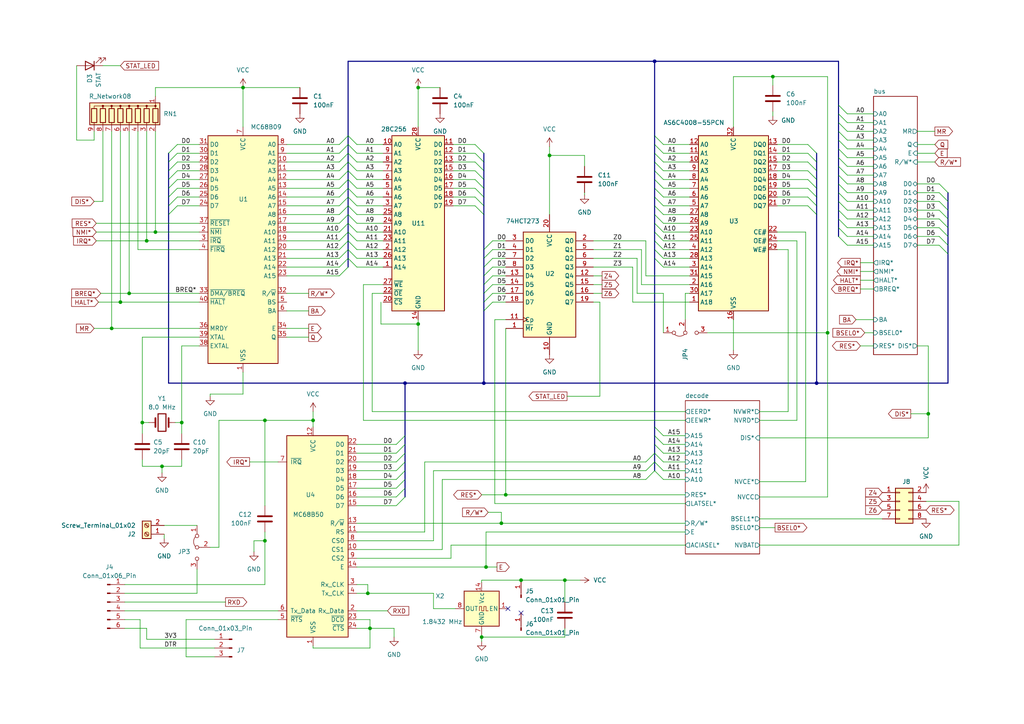
<source format=kicad_sch>
(kicad_sch (version 20230121) (generator eeschema)
  (paper "A4")
  (title_block (title "Super Searle Tranter Board") (date "2023-10-05") (rev "1") (company "kw"))
  (lib_symbols
    (symbol "74xx:74HCT273"
      (property "Reference" "U" (at -7.62 16.51 0))
      (property "Value" "74HCT273" (at -7.62 -16.51 0))
      (symbol "74HCT273_1_0"
        (pin input line (at -12.7 -12.7 0) (length 5.08) (name "~{Mr}") (number "1"))
        (pin power_in line (at 0 -20.32 90) (length 5.08) (name "GND") (number "10"))
        (pin input clock (at -12.7 -10.16 0) (length 5.08) (name "Cp") (number "11"))
        (pin output line (at 12.7 2.54 180) (length 5.08) (name "Q4") (number "12"))
        (pin input line (at -12.7 2.54 0) (length 5.08) (name "D4") (number "13"))
        (pin input line (at -12.7 0 0) (length 5.08) (name "D5") (number "14"))
        (pin output line (at 12.7 0 180) (length 5.08) (name "Q5") (number "15"))
        (pin output line (at 12.7 -2.54 180) (length 5.08) (name "Q6") (number "16"))
        (pin input line (at -12.7 -2.54 0) (length 5.08) (name "D6") (number "17"))
        (pin input line (at -12.7 -5.08 0) (length 5.08) (name "D7") (number "18"))
        (pin output line (at 12.7 -5.08 180) (length 5.08) (name "Q7") (number "19"))
        (pin output line (at 12.7 12.7 180) (length 5.08) (name "Q0") (number "2"))
        (pin power_in line (at 0 20.32 270) (length 5.08) (name "VCC") (number "20"))
        (pin input line (at -12.7 12.7 0) (length 5.08) (name "D0") (number "3"))
        (pin input line (at -12.7 10.16 0) (length 5.08) (name "D1") (number "4"))
        (pin output line (at 12.7 10.16 180) (length 5.08) (name "Q1") (number "5"))
        (pin output line (at 12.7 7.62 180) (length 5.08) (name "Q2") (number "6"))
        (pin input line (at -12.7 7.62 0) (length 5.08) (name "D2") (number "7"))
        (pin input line (at -12.7 5.08 0) (length 5.08) (name "D3") (number "8"))
        (pin output line (at 12.7 5.08 180) (length 5.08) (name "Q3") (number "9"))
      )
    )
    (symbol "CPU_NXP_6800:MC6809"
      (property "Reference" "U" (at -7.62 34.29 0))
      (property "Value" "MC6809" (at 10.16 34.29 0))
      (symbol "MC6809_1_1"
        (pin power_in line (at 0 -35.56 90) (length 2.54) (name "VSS") (number "1"))
        (pin output line (at 12.7 25.4 180) (length 2.54) (name "A2") (number "10"))
        (pin output line (at 12.7 22.86 180) (length 2.54) (name "A3") (number "11"))
        (pin output line (at 12.7 20.32 180) (length 2.54) (name "A4") (number "12"))
        (pin output line (at 12.7 17.78 180) (length 2.54) (name "A5") (number "13"))
        (pin output line (at 12.7 15.24 180) (length 2.54) (name "A6") (number "14"))
        (pin output line (at 12.7 12.7 180) (length 2.54) (name "A7") (number "15"))
        (pin output line (at 12.7 10.16 180) (length 2.54) (name "A8") (number "16"))
        (pin output line (at 12.7 7.62 180) (length 2.54) (name "A9") (number "17"))
        (pin output line (at 12.7 5.08 180) (length 2.54) (name "A10") (number "18"))
        (pin output line (at 12.7 2.54 180) (length 2.54) (name "A11") (number "19"))
        (pin input line (at -12.7 5.08 0) (length 2.54) (name "~{NMI}") (number "2"))
        (pin output line (at 12.7 0 180) (length 2.54) (name "A12") (number "20"))
        (pin output line (at 12.7 -2.54 180) (length 2.54) (name "A13") (number "21"))
        (pin output line (at 12.7 -5.08 180) (length 2.54) (name "A14") (number "22"))
        (pin output line (at 12.7 -7.62 180) (length 2.54) (name "A15") (number "23"))
        (pin bidirectional line (at -12.7 12.7 0) (length 2.54) (name "D7") (number "24"))
        (pin bidirectional line (at -12.7 15.24 0) (length 2.54) (name "D6") (number "25"))
        (pin bidirectional line (at -12.7 17.78 0) (length 2.54) (name "D5") (number "26"))
        (pin bidirectional line (at -12.7 20.32 0) (length 2.54) (name "D4") (number "27"))
        (pin bidirectional line (at -12.7 22.86 0) (length 2.54) (name "D3") (number "28"))
        (pin bidirectional line (at -12.7 25.4 0) (length 2.54) (name "D2") (number "29"))
        (pin input line (at -12.7 2.54 0) (length 2.54) (name "~{IRQ}") (number "3"))
        (pin bidirectional line (at -12.7 27.94 0) (length 2.54) (name "D1") (number "30"))
        (pin bidirectional line (at -12.7 30.48 0) (length 2.54) (name "D0") (number "31"))
        (pin output line (at 12.7 -12.7 180) (length 2.54) (name "R/~{W}") (number "32"))
        (pin input line (at -12.7 -12.7 0) (length 2.54) (name "~{DMA/BREQ}") (number "33"))
        (pin output line (at 12.7 -22.86 180) (length 2.54) (name "E") (number "34"))
        (pin output line (at 12.7 -25.4 180) (length 2.54) (name "Q") (number "35"))
        (pin input line (at -12.7 -22.86 0) (length 2.54) (name "MRDY") (number "36"))
        (pin input line (at -12.7 7.62 0) (length 2.54) (name "~{RESET}") (number "37"))
        (pin input line (at -12.7 -27.94 0) (length 2.54) (name "EXTAL") (number "38"))
        (pin input line (at -12.7 -25.4 0) (length 2.54) (name "XTAL") (number "39"))
        (pin input line (at -12.7 0 0) (length 2.54) (name "~{FIRQ}") (number "4"))
        (pin input line (at -12.7 -15.24 0) (length 2.54) (name "~{HALT}") (number "40"))
        (pin output line (at 12.7 -15.24 180) (length 2.54) (name "BS") (number "5"))
        (pin output line (at 12.7 -17.78 180) (length 2.54) (name "BA") (number "6"))
        (pin power_in line (at 0 35.56 270) (length 2.54) (name "VCC") (number "7"))
        (pin output line (at 12.7 30.48 180) (length 2.54) (name "A0") (number "8"))
        (pin output line (at 12.7 27.94 180) (length 2.54) (name "A1") (number "9"))
      )
    )
    (symbol "Connector:Conn_01x01_Pin" (pin_names (offset 1.016) hide)
      (property "Reference" "J" (at 0 2.54 0))
      (property "Value" "Conn_01x01_Pin" (at 0 -2.54 0))
      (symbol "Conn_01x01_Pin_1_1"
        (pin passive line (at 5.08 0 180) (length 3.81) (name "Pin_1") (number "1"))
      )
    )
    (symbol "Connector:Conn_01x03_Pin" (pin_names (offset 1.016) hide)
      (property "Reference" "J" (at 0 5.08 0))
      (property "Value" "Conn_01x03_Pin" (at 0 -5.08 0))
      (symbol "Conn_01x03_Pin_1_1"
        (pin passive line (at 5.08 2.54 180) (length 3.81) (name "Pin_1") (number "1"))
        (pin passive line (at 5.08 0 180) (length 3.81) (name "Pin_2") (number "2"))
        (pin passive line (at 5.08 -2.54 180) (length 3.81) (name "Pin_3") (number "3"))
      )
    )
    (symbol "Connector:Conn_01x06_Pin" (pin_names (offset 1.016) hide)
      (property "Reference" "J" (at 0 7.62 0))
      (property "Value" "Conn_01x06_Pin" (at 0 -10.16 0))
      (symbol "Conn_01x06_Pin_1_1"
        (pin passive line (at 5.08 5.08 180) (length 3.81) (name "Pin_1") (number "1"))
        (pin passive line (at 5.08 2.54 180) (length 3.81) (name "Pin_2") (number "2"))
        (pin passive line (at 5.08 0 180) (length 3.81) (name "Pin_3") (number "3"))
        (pin passive line (at 5.08 -2.54 180) (length 3.81) (name "Pin_4") (number "4"))
        (pin passive line (at 5.08 -5.08 180) (length 3.81) (name "Pin_5") (number "5"))
        (pin passive line (at 5.08 -7.62 180) (length 3.81) (name "Pin_6") (number "6"))
      )
    )
    (symbol "Connector:Screw_Terminal_01x02" (pin_names (offset 1.016) hide)
      (property "Reference" "J" (at 0 2.54 0))
      (property "Value" "Screw_Terminal_01x02" (at 0 -5.08 0))
      (symbol "Screw_Terminal_01x02_1_1"
        (pin passive line (at -5.08 0 0) (length 3.81) (name "Pin_1") (number "1"))
        (pin passive line (at -5.08 -2.54 0) (length 3.81) (name "Pin_2") (number "2"))
      )
    )
    (symbol "Connector_Generic:Conn_02x04_Odd_Even" (pin_names (offset 1.016) hide)
      (property "Reference" "J" (at 1.27 5.08 0))
      (property "Value" "Conn_02x04_Odd_Even" (at 1.27 -7.62 0))
      (symbol "Conn_02x04_Odd_Even_1_1"
        (pin passive line (at -5.08 2.54 0) (length 3.81) (name "Pin_1") (number "1"))
        (pin passive line (at 7.62 2.54 180) (length 3.81) (name "Pin_2") (number "2"))
        (pin passive line (at -5.08 0 0) (length 3.81) (name "Pin_3") (number "3"))
        (pin passive line (at 7.62 0 180) (length 3.81) (name "Pin_4") (number "4"))
        (pin passive line (at -5.08 -2.54 0) (length 3.81) (name "Pin_5") (number "5"))
        (pin passive line (at 7.62 -2.54 180) (length 3.81) (name "Pin_6") (number "6"))
        (pin passive line (at -5.08 -5.08 0) (length 3.81) (name "Pin_7") (number "7"))
        (pin passive line (at 7.62 -5.08 180) (length 3.81) (name "Pin_8") (number "8"))
      )
    )
    (symbol "Device:C" (pin_numbers hide) (pin_names (offset 0.254))
      (property "Reference" "C" (at 0.635 2.54 0))
      (property "Value" "C" (at 0.635 -2.54 0))
      (symbol "C_1_1"
        (pin passive line (at 0 3.81 270) (length 2.794) (name "~") (number "1"))
        (pin passive line (at 0 -3.81 90) (length 2.794) (name "~") (number "2"))
      )
    )
    (symbol "Device:Crystal" (pin_numbers hide) (pin_names (offset 1.016) hide)
      (property "Reference" "Y" (at 0 3.81 0))
      (property "Value" "Crystal" (at 0 -3.81 0))
      (symbol "Crystal_1_1"
        (pin passive line (at -3.81 0 0) (length 1.27) (name "1") (number "1"))
        (pin passive line (at 3.81 0 180) (length 1.27) (name "2") (number "2"))
      )
    )
    (symbol "Device:LED" (pin_numbers hide) (pin_names (offset 1.016) hide)
      (property "Reference" "D" (at 0 2.54 0))
      (property "Value" "LED" (at 0 -2.54 0))
      (symbol "LED_1_1"
        (pin passive line (at -3.81 0 0) (length 2.54) (name "K") (number "1"))
        (pin passive line (at 3.81 0 180) (length 2.54) (name "A") (number "2"))
      )
    )
    (symbol "Device:R_Network08" (pin_names (offset 0) hide)
      (property "Reference" "RN" (at -12.7 0 90))
      (property "Value" "R_Network08" (at 10.16 0 90))
      (symbol "R_Network08_1_1"
        (pin passive line (at -10.16 5.08 270) (length 2.54) (name "common") (number "1"))
        (pin passive line (at -10.16 -5.08 90) (length 1.27) (name "R1") (number "2"))
        (pin passive line (at -7.62 -5.08 90) (length 1.27) (name "R2") (number "3"))
        (pin passive line (at -5.08 -5.08 90) (length 1.27) (name "R3") (number "4"))
        (pin passive line (at -2.54 -5.08 90) (length 1.27) (name "R4") (number "5"))
        (pin passive line (at 0 -5.08 90) (length 1.27) (name "R5") (number "6"))
        (pin passive line (at 2.54 -5.08 90) (length 1.27) (name "R6") (number "7"))
        (pin passive line (at 5.08 -5.08 90) (length 1.27) (name "R7") (number "8"))
        (pin passive line (at 7.62 -5.08 90) (length 1.27) (name "R8") (number "9"))
      )
    )
    (symbol "Interface_UART:MC68B50" (pin_names (offset 1.016))
      (property "Reference" "U" (at -7.366 31.75 0))
      (property "Value" "MC68B50" (at 10.414 31.75 0))
      (symbol "MC68B50_1_1"
        (pin power_in line (at 0 -30.48 90) (length 2.54) (name "VSS") (number "1"))
        (pin input line (at -12.7 -2.54 0) (length 2.54) (name "CS1") (number "10"))
        (pin input line (at -12.7 2.54 0) (length 2.54) (name "RS") (number "11"))
        (pin power_in line (at 0 33.02 270) (length 2.54) (name "VCC") (number "12"))
        (pin input line (at -12.7 5.08 0) (length 2.54) (name "R/~{W}") (number "13"))
        (pin input line (at -12.7 -7.62 0) (length 2.54) (name "E") (number "14"))
        (pin bidirectional line (at -12.7 10.16 0) (length 2.54) (name "D7") (number "15"))
        (pin bidirectional line (at -12.7 12.7 0) (length 2.54) (name "D6") (number "16"))
        (pin bidirectional line (at -12.7 15.24 0) (length 2.54) (name "D5") (number "17"))
        (pin bidirectional line (at -12.7 17.78 0) (length 2.54) (name "D4") (number "18"))
        (pin bidirectional line (at -12.7 20.32 0) (length 2.54) (name "D3") (number "19"))
        (pin input line (at -12.7 -20.32 0) (length 2.54) (name "Rx_Data") (number "2"))
        (pin bidirectional line (at -12.7 22.86 0) (length 2.54) (name "D2") (number "20"))
        (pin bidirectional line (at -12.7 25.4 0) (length 2.54) (name "D1") (number "21"))
        (pin bidirectional line (at -12.7 27.94 0) (length 2.54) (name "D0") (number "22"))
        (pin input line (at -12.7 -22.86 0) (length 2.54) (name "~{DCD}") (number "23"))
        (pin input line (at -12.7 -25.4 0) (length 2.54) (name "~{CTS}") (number "24"))
        (pin input line (at -12.7 -12.7 0) (length 2.54) (name "Rx_CLK") (number "3"))
        (pin input line (at -12.7 -15.24 0) (length 2.54) (name "Tx_CLK") (number "4"))
        (pin output line (at 10.16 -22.86 180) (length 2.54) (name "~{RTS}") (number "5"))
        (pin output line (at 10.16 -20.32 180) (length 2.54) (name "Tx_Data") (number "6"))
        (pin output line (at 10.16 22.86 180) (length 2.54) (name "~{IRQ}") (number "7"))
        (pin input line (at -12.7 0 0) (length 2.54) (name "CS0") (number "8"))
        (pin input line (at -12.7 -5.08 0) (length 2.54) (name "CS2") (number "9"))
      )
    )
    (symbol "Jumper:Jumper_3_Bridged12" (pin_names (offset 0) hide)
      (property "Reference" "JP" (at -2.54 -2.54 0))
      (property "Value" "Jumper_3_Bridged12" (at 0 2.794 0))
      (symbol "Jumper_3_Bridged12_1_1"
        (pin passive line (at -6.35 0 0) (length 2.54) (name "A") (number "1"))
        (pin passive line (at 0 -3.81 90) (length 2.54) (name "C") (number "2"))
        (pin passive line (at 6.35 0 180) (length 2.54) (name "B") (number "3"))
      )
    )
    (symbol "Memory_EEPROM:28C256"
      (property "Reference" "U" (at -7.62 26.67 0))
      (property "Value" "28C256" (at 2.54 -26.67 0))
      (symbol "28C256_1_1"
        (pin input line (at -10.16 -12.7 0) (length 2.54) (name "A14") (number "1"))
        (pin input line (at -10.16 22.86 0) (length 2.54) (name "A0") (number "10"))
        (pin tri_state line (at 10.16 22.86 180) (length 2.54) (name "D0") (number "11"))
        (pin tri_state line (at 10.16 20.32 180) (length 2.54) (name "D1") (number "12"))
        (pin tri_state line (at 10.16 17.78 180) (length 2.54) (name "D2") (number "13"))
        (pin power_in line (at 0 -27.94 90) (length 2.54) (name "GND") (number "14"))
        (pin tri_state line (at 10.16 15.24 180) (length 2.54) (name "D3") (number "15"))
        (pin tri_state line (at 10.16 12.7 180) (length 2.54) (name "D4") (number "16"))
        (pin tri_state line (at 10.16 10.16 180) (length 2.54) (name "D5") (number "17"))
        (pin tri_state line (at 10.16 7.62 180) (length 2.54) (name "D6") (number "18"))
        (pin tri_state line (at 10.16 5.08 180) (length 2.54) (name "D7") (number "19"))
        (pin input line (at -10.16 -7.62 0) (length 2.54) (name "A12") (number "2"))
        (pin input line (at -10.16 -22.86 0) (length 2.54) (name "~{CS}") (number "20"))
        (pin input line (at -10.16 -2.54 0) (length 2.54) (name "A10") (number "21"))
        (pin input line (at -10.16 -20.32 0) (length 2.54) (name "~{OE}") (number "22"))
        (pin input line (at -10.16 -5.08 0) (length 2.54) (name "A11") (number "23"))
        (pin input line (at -10.16 0 0) (length 2.54) (name "A9") (number "24"))
        (pin input line (at -10.16 2.54 0) (length 2.54) (name "A8") (number "25"))
        (pin input line (at -10.16 -10.16 0) (length 2.54) (name "A13") (number "26"))
        (pin input line (at -10.16 -17.78 0) (length 2.54) (name "~{WE}") (number "27"))
        (pin power_in line (at 0 27.94 270) (length 2.54) (name "VCC") (number "28"))
        (pin input line (at -10.16 5.08 0) (length 2.54) (name "A7") (number "3"))
        (pin input line (at -10.16 7.62 0) (length 2.54) (name "A6") (number "4"))
        (pin input line (at -10.16 10.16 0) (length 2.54) (name "A5") (number "5"))
        (pin input line (at -10.16 12.7 0) (length 2.54) (name "A4") (number "6"))
        (pin input line (at -10.16 15.24 0) (length 2.54) (name "A3") (number "7"))
        (pin input line (at -10.16 17.78 0) (length 2.54) (name "A2") (number "8"))
        (pin input line (at -10.16 20.32 0) (length 2.54) (name "A1") (number "9"))
      )
    )
    (symbol "Memory_RAM:AS6C4008-55PCN"
      (property "Reference" "U" (at -10.16 26.035 0))
      (property "Value" "AS6C4008-55PCN" (at 2.54 26.035 0))
      (symbol "AS6C4008-55PCN_0_0"
        (pin power_in line (at 0 -27.94 90) (length 2.54) (name "VSS") (number "16"))
        (pin power_in line (at 0 27.94 270) (length 2.54) (name "VCC") (number "32"))
      )
      (symbol "AS6C4008-55PCN_1_1"
        (pin input line (at -12.7 -22.86 0) (length 2.54) (name "A18") (number "1"))
        (pin input line (at -12.7 17.78 0) (length 2.54) (name "A2") (number "10"))
        (pin input line (at -12.7 20.32 0) (length 2.54) (name "A1") (number "11"))
        (pin input line (at -12.7 22.86 0) (length 2.54) (name "A0") (number "12"))
        (pin tri_state line (at 12.7 22.86 180) (length 2.54) (name "DQ0") (number "13"))
        (pin tri_state line (at 12.7 20.32 180) (length 2.54) (name "DQ1") (number "14"))
        (pin tri_state line (at 12.7 17.78 180) (length 2.54) (name "DQ2") (number "15"))
        (pin tri_state line (at 12.7 15.24 180) (length 2.54) (name "DQ3") (number "17"))
        (pin tri_state line (at 12.7 12.7 180) (length 2.54) (name "DQ4") (number "18"))
        (pin tri_state line (at 12.7 10.16 180) (length 2.54) (name "DQ5") (number "19"))
        (pin input line (at -12.7 -17.78 0) (length 2.54) (name "A16") (number "2"))
        (pin tri_state line (at 12.7 7.62 180) (length 2.54) (name "DQ6") (number "20"))
        (pin tri_state line (at 12.7 5.08 180) (length 2.54) (name "DQ7") (number "21"))
        (pin input line (at 12.7 -2.54 180) (length 2.54) (name "CE#") (number "22"))
        (pin input line (at -12.7 -2.54 0) (length 2.54) (name "A10") (number "23"))
        (pin input line (at 12.7 -5.08 180) (length 2.54) (name "OE#") (number "24"))
        (pin input line (at -12.7 -5.08 0) (length 2.54) (name "A11") (number "25"))
        (pin input line (at -12.7 0 0) (length 2.54) (name "A9") (number "26"))
        (pin input line (at -12.7 2.54 0) (length 2.54) (name "A8") (number "27"))
        (pin input line (at -12.7 -10.16 0) (length 2.54) (name "A13") (number "28"))
        (pin input line (at 12.7 -7.62 180) (length 2.54) (name "WE#") (number "29"))
        (pin input line (at -12.7 -12.7 0) (length 2.54) (name "A14") (number "3"))
        (pin input line (at -12.7 -20.32 0) (length 2.54) (name "A17") (number "30"))
        (pin input line (at -12.7 -15.24 0) (length 2.54) (name "A15") (number "31"))
        (pin input line (at -12.7 -7.62 0) (length 2.54) (name "A12") (number "4"))
        (pin input line (at -12.7 5.08 0) (length 2.54) (name "A7") (number "5"))
        (pin input line (at -12.7 7.62 0) (length 2.54) (name "A6") (number "6"))
        (pin input line (at -12.7 10.16 0) (length 2.54) (name "A5") (number "7"))
        (pin input line (at -12.7 12.7 0) (length 2.54) (name "A4") (number "8"))
        (pin input line (at -12.7 15.24 0) (length 2.54) (name "A3") (number "9"))
      )
    )
    (symbol "Oscillator:CXO_DIP14" (pin_names (offset 0.254))
      (property "Reference" "X" (at -5.08 6.35 0))
      (property "Value" "CXO_DIP14" (at 1.27 -6.35 0))
      (symbol "CXO_DIP14_1_1"
        (pin input line (at -7.62 0 0) (length 2.54) (name "EN") (number "1"))
        (pin power_in line (at 0 7.62 270) (length 2.54) (name "Vcc") (number "14"))
        (pin power_in line (at 0 -7.62 90) (length 2.54) (name "GND") (number "7"))
        (pin output line (at 7.62 0 180) (length 2.54) (name "OUT") (number "8"))
      )
    )
    (symbol "power:GND" (power) (pin_names (offset 0))
      (property "Value" "GND" (at 0 -3.81 0))
      (symbol "GND_1_1"
        (pin power_in line (at 0 0 270) (length 0) hide (name "GND") (number "1"))
      )
    )
    (symbol "power:VCC" (power) (pin_names (offset 0))
      (property "Value" "VCC" (at 0 3.81 0))
      (symbol "VCC_1_1"
        (pin power_in line (at 0 0 90) (length 0) hide (name "VCC") (number "1"))
      )
    )
  )
  (junction (at 42.545 69.85))
  (junction (at 117.475 111.125))
  (junction (at 163.83 168.275))
  (junction (at 106.68 172.085))
  (junction (at 236.855 111.125))
  (junction (at 37.465 85.09))
  (junction (at 140.335 111.125))
  (junction (at 52.705 122.555))
  (junction (at 121.285 93.98))
  (junction (at 224.155 22.225))
  (junction (at 46.99 135.255))
  (junction (at 45.085 67.31))
  (junction (at 140.97 164.465))
  (junction (at 145.415 151.765))
  (junction (at 151.13 168.275))
  (junction (at 240.03 96.52))
  (junction (at 34.925 87.63))
  (junction (at 76.835 121.92))
  (junction (at 41.275 122.555))
  (junction (at 90.805 121.92))
  (junction (at 76.835 156.845))
  (junction (at 107.315 182.245))
  (junction (at 269.24 120.015))
  (junction (at 121.285 25.4))
  (junction (at 32.385 95.25))
  (junction (at 146.685 143.51))
  (junction (at 139.7 184.785))
  (junction (at 189.865 17.78))
  (junction (at 159.385 45.085))
  (junction (at 70.485 25.4))
  (no_connect (at 147.32 176.53))
  (no_connect (at 151.13 177.8))
  (bus_entry (at 114.935 136.525) (size 2.54 -2.54))
  (bus_entry (at 51.435 41.91) (size -2.54 2.54))
  (bus_entry (at 243.205 68.58) (size 2.54 2.54))
  (bus_entry (at 51.435 57.15) (size -2.54 2.54))
  (bus_entry (at 243.205 45.72) (size 2.54 2.54))
  (bus_entry (at 51.435 44.45) (size -2.54 2.54))
  (bus_entry (at 272.415 60.96) (size 2.54 2.54))
  (bus_entry (at 243.205 63.5) (size 2.54 2.54))
  (bus_entry (at 114.935 141.605) (size 2.54 -2.54))
  (bus_entry (at 243.205 43.18) (size 2.54 2.54))
  (bus_entry (at 142.875 69.85) (size -2.54 2.54))
  (bus_entry (at 142.875 72.39) (size -2.54 2.54))
  (bus_entry (at 142.875 82.55) (size -2.54 2.54))
  (bus_entry (at 142.875 85.09) (size -2.54 2.54))
  (bus_entry (at 142.875 87.63) (size -2.54 2.54))
  (bus_entry (at 142.875 74.93) (size -2.54 2.54))
  (bus_entry (at 142.875 77.47) (size -2.54 2.54))
  (bus_entry (at 142.875 80.01) (size -2.54 2.54))
  (bus_entry (at 243.205 38.1) (size 2.54 2.54))
  (bus_entry (at 187.325 136.525) (size 2.54 -2.54))
  (bus_entry (at 234.315 44.45) (size 2.54 2.54))
  (bus_entry (at 272.415 63.5) (size 2.54 2.54))
  (bus_entry (at 100.965 39.37) (size 2.54 2.54))
  (bus_entry (at 243.205 40.64) (size 2.54 2.54))
  (bus_entry (at 189.865 131.445) (size 2.54 2.54))
  (bus_entry (at 234.315 57.15) (size 2.54 2.54))
  (bus_entry (at 114.935 131.445) (size 2.54 -2.54))
  (bus_entry (at 114.935 144.145) (size 2.54 -2.54))
  (bus_entry (at 234.315 59.69) (size 2.54 2.54))
  (bus_entry (at 100.965 77.47) (size -2.54 2.54))
  (bus_entry (at 114.935 128.905) (size 2.54 -2.54))
  (bus_entry (at 243.205 66.04) (size 2.54 2.54))
  (bus_entry (at 243.205 55.88) (size 2.54 2.54))
  (bus_entry (at 189.865 74.93) (size 2.54 2.54))
  (bus_entry (at 114.935 133.985) (size 2.54 -2.54))
  (bus_entry (at 243.205 60.96) (size 2.54 2.54))
  (bus_entry (at 243.205 35.56) (size 2.54 2.54))
  (bus_entry (at 234.315 49.53) (size 2.54 2.54))
  (bus_entry (at 51.435 49.53) (size -2.54 2.54))
  (bus_entry (at 234.315 41.91) (size 2.54 2.54))
  (bus_entry (at 243.205 50.8) (size 2.54 2.54))
  (bus_entry (at 187.325 133.985) (size 2.54 -2.54))
  (bus_entry (at 234.315 52.07) (size 2.54 2.54))
  (bus_entry (at 272.415 53.34) (size 2.54 2.54))
  (bus_entry (at 243.205 53.34) (size 2.54 2.54))
  (bus_entry (at 243.205 48.26) (size 2.54 2.54))
  (bus_entry (at 187.325 139.065) (size 2.54 -2.54))
  (bus_entry (at 51.435 52.07) (size -2.54 2.54))
  (bus_entry (at 272.415 58.42) (size 2.54 2.54))
  (bus_entry (at 234.315 46.99) (size 2.54 2.54))
  (bus_entry (at 114.935 146.685) (size 2.54 -2.54))
  (bus_entry (at 272.415 68.58) (size 2.54 2.54))
  (bus_entry (at 189.865 136.525) (size 2.54 2.54))
  (bus_entry (at 100.965 46.99) (size -2.54 2.54))
  (bus_entry (at 100.965 49.53) (size -2.54 2.54))
  (bus_entry (at 100.965 52.07) (size -2.54 2.54))
  (bus_entry (at 100.965 54.61) (size -2.54 2.54))
  (bus_entry (at 100.965 44.45) (size -2.54 2.54))
  (bus_entry (at 100.965 39.37) (size -2.54 2.54))
  (bus_entry (at 100.965 41.91) (size -2.54 2.54))
  (bus_entry (at 100.965 44.45) (size 2.54 2.54))
  (bus_entry (at 100.965 41.91) (size 2.54 2.54))
  (bus_entry (at 100.965 46.99) (size 2.54 2.54))
  (bus_entry (at 100.965 49.53) (size 2.54 2.54))
  (bus_entry (at 100.965 52.07) (size 2.54 2.54))
  (bus_entry (at 100.965 54.61) (size 2.54 2.54))
  (bus_entry (at 100.965 57.15) (size 2.54 2.54))
  (bus_entry (at 100.965 74.93) (size -2.54 2.54))
  (bus_entry (at 100.965 72.39) (size -2.54 2.54))
  (bus_entry (at 100.965 62.23) (size -2.54 2.54))
  (bus_entry (at 100.965 67.31) (size -2.54 2.54))
  (bus_entry (at 100.965 64.77) (size -2.54 2.54))
  (bus_entry (at 100.965 69.85) (size -2.54 2.54))
  (bus_entry (at 100.965 57.15) (size -2.54 2.54))
  (bus_entry (at 100.965 59.69) (size -2.54 2.54))
  (bus_entry (at 51.435 54.61) (size -2.54 2.54))
  (bus_entry (at 100.965 74.93) (size 2.54 2.54))
  (bus_entry (at 114.935 139.065) (size 2.54 -2.54))
  (bus_entry (at 243.205 30.48) (size 2.54 2.54))
  (bus_entry (at 272.415 55.88) (size 2.54 2.54))
  (bus_entry (at 272.415 66.04) (size 2.54 2.54))
  (bus_entry (at 51.435 46.99) (size -2.54 2.54))
  (bus_entry (at 234.315 54.61) (size 2.54 2.54))
  (bus_entry (at 51.435 59.69) (size -2.54 2.54))
  (bus_entry (at 137.795 54.61) (size 2.54 2.54))
  (bus_entry (at 137.795 57.15) (size 2.54 2.54))
  (bus_entry (at 137.795 59.69) (size 2.54 2.54))
  (bus_entry (at 137.795 41.91) (size 2.54 2.54))
  (bus_entry (at 137.795 46.99) (size 2.54 2.54))
  (bus_entry (at 137.795 49.53) (size 2.54 2.54))
  (bus_entry (at 137.795 52.07) (size 2.54 2.54))
  (bus_entry (at 137.795 44.45) (size 2.54 2.54))
  (bus_entry (at 100.965 67.31) (size 2.54 2.54))
  (bus_entry (at 100.965 69.85) (size 2.54 2.54))
  (bus_entry (at 100.965 72.39) (size 2.54 2.54))
  (bus_entry (at 189.865 59.69) (size 2.54 2.54))
  (bus_entry (at 189.865 62.23) (size 2.54 2.54))
  (bus_entry (at 189.865 67.31) (size 2.54 2.54))
  (bus_entry (at 189.865 69.85) (size 2.54 2.54))
  (bus_entry (at 189.865 64.77) (size 2.54 2.54))
  (bus_entry (at 189.865 72.39) (size 2.54 2.54))
  (bus_entry (at 100.965 64.77) (size 2.54 2.54))
  (bus_entry (at 100.965 59.69) (size 2.54 2.54))
  (bus_entry (at 100.965 62.23) (size 2.54 2.54))
  (bus_entry (at 189.865 44.45) (size 2.54 2.54))
  (bus_entry (at 189.865 46.99) (size 2.54 2.54))
  (bus_entry (at 189.865 54.61) (size 2.54 2.54))
  (bus_entry (at 189.865 49.53) (size 2.54 2.54))
  (bus_entry (at 189.865 52.07) (size 2.54 2.54))
  (bus_entry (at 189.865 57.15) (size 2.54 2.54))
  (bus_entry (at 189.865 39.37) (size 2.54 2.54))
  (bus_entry (at 189.865 41.91) (size 2.54 2.54))
  (bus_entry (at 243.205 33.02) (size 2.54 2.54))
  (bus_entry (at 189.865 133.985) (size 2.54 2.54))
  (bus_entry (at 189.865 126.365) (size 2.54 2.54))
  (bus_entry (at 189.865 123.825) (size 2.54 2.54))
  (bus_entry (at 189.865 128.905) (size 2.54 2.54))
  (bus_entry (at 243.205 58.42) (size 2.54 2.54))
  (bus_entry (at 272.415 71.12) (size 2.54 2.54))
  (wire (pts (xy 72.39 133.985) (xy 80.645 133.985)))
  (bus (pts (xy 140.335 80.01) (xy 140.335 82.55)))
  (wire (pts (xy 105.41 82.55) (xy 111.125 82.55)))
  (bus (pts (xy 243.205 48.26) (xy 243.205 50.8)))
  (bus (pts (xy 274.955 63.5) (xy 274.955 66.04)))
  (wire (pts (xy 200.025 82.55) (xy 186.055 82.55)))
  (wire (pts (xy 172.085 77.47) (xy 183.515 77.47)))
  (bus (pts (xy 140.335 87.63) (xy 140.335 90.17)))
  (wire (pts (xy 103.505 179.705) (xy 107.315 179.705)))
  (wire (pts (xy 245.745 48.26) (xy 253.365 48.26)))
  (wire (pts (xy 192.405 139.065) (xy 198.755 139.065)))
  (wire (pts (xy 40.64 179.705) (xy 40.64 187.96)))
  (wire (pts (xy 130.81 158.115) (xy 198.755 158.115)))
  (bus (pts (xy 243.205 38.1) (xy 243.205 40.64)))
  (wire (pts (xy 53.975 179.705) (xy 53.975 190.5)))
  (bus (pts (xy 189.865 44.45) (xy 189.865 46.99)))
  (wire (pts (xy 192.405 85.09) (xy 192.405 96.52)))
  (wire (pts (xy 70.485 25.4) (xy 86.995 25.4)))
  (bus (pts (xy 100.965 17.78) (xy 100.965 39.37)))
  (wire (pts (xy 139.7 184.785) (xy 139.7 184.15)))
  (bus (pts (xy 140.335 82.55) (xy 140.335 85.09)))
  (wire (pts (xy 173.99 114.935) (xy 164.465 114.935)))
  (wire (pts (xy 51.435 44.45) (xy 57.785 44.45)))
  (wire (pts (xy 125.73 136.525) (xy 187.325 136.525)))
  (wire (pts (xy 103.505 67.31) (xy 111.125 67.31)))
  (wire (pts (xy 192.405 54.61) (xy 200.025 54.61)))
  (wire (pts (xy 27.94 67.31) (xy 45.085 67.31)))
  (wire (pts (xy 73.66 160.02) (xy 73.66 156.845)))
  (wire (pts (xy 37.465 85.09) (xy 37.465 38.1)))
  (wire (pts (xy 83.185 64.77) (xy 98.425 64.77)))
  (wire (pts (xy 142.875 72.39) (xy 146.685 72.39)))
  (bus (pts (xy 117.475 136.525) (xy 117.475 133.985)))
  (wire (pts (xy 212.725 92.71) (xy 212.725 101.6)))
  (bus (pts (xy 236.855 111.125) (xy 274.955 111.125)))
  (wire (pts (xy 192.405 67.31) (xy 200.025 67.31)))
  (bus (pts (xy 189.865 57.15) (xy 189.865 59.69)))
  (bus (pts (xy 48.895 59.69) (xy 48.895 62.23)))
  (wire (pts (xy 105.41 121.92) (xy 198.755 121.92)))
  (wire (pts (xy 107.315 182.245) (xy 107.315 187.96)))
  (wire (pts (xy 192.405 64.77) (xy 200.025 64.77)))
  (bus (pts (xy 100.965 59.69) (xy 100.965 57.15)))
  (bus (pts (xy 100.965 74.93) (xy 100.965 72.39)))
  (bus (pts (xy 100.965 54.61) (xy 100.965 52.07)))
  (bus (pts (xy 274.955 66.04) (xy 274.955 68.58)))
  (wire (pts (xy 131.445 57.15) (xy 137.795 57.15)))
  (wire (pts (xy 225.425 41.91) (xy 234.315 41.91)))
  (wire (pts (xy 225.425 67.31) (xy 233.68 67.31)))
  (wire (pts (xy 187.325 80.01) (xy 187.325 69.85)))
  (wire (pts (xy 107.95 85.09) (xy 107.95 119.38)))
  (wire (pts (xy 183.515 87.63) (xy 200.025 87.63)))
  (bus (pts (xy 189.865 128.905) (xy 189.865 131.445)))
  (wire (pts (xy 142.875 87.63) (xy 146.685 87.63)))
  (bus (pts (xy 100.965 67.31) (xy 100.965 64.77)))
  (wire (pts (xy 142.875 74.93) (xy 146.685 74.93)))
  (bus (pts (xy 189.865 74.93) (xy 189.865 123.825)))
  (wire (pts (xy 192.405 72.39) (xy 200.025 72.39)))
  (wire (pts (xy 172.085 74.93) (xy 184.785 74.93)))
  (wire (pts (xy 266.065 53.34) (xy 272.415 53.34)))
  (bus (pts (xy 236.855 46.99) (xy 236.855 49.53)))
  (wire (pts (xy 249.555 76.2) (xy 253.365 76.2)))
  (wire (pts (xy 186.055 72.39) (xy 172.085 72.39)))
  (bus (pts (xy 274.955 73.66) (xy 274.955 111.125)))
  (wire (pts (xy 51.435 41.91) (xy 57.785 41.91)))
  (wire (pts (xy 159.385 45.085) (xy 159.385 62.23)))
  (wire (pts (xy 245.745 66.04) (xy 253.365 66.04)))
  (wire (pts (xy 50.8 122.555) (xy 52.705 122.555)))
  (wire (pts (xy 139.7 143.51) (xy 146.685 143.51)))
  (wire (pts (xy 143.51 146.05) (xy 198.755 146.05)))
  (wire (pts (xy 57.785 87.63) (xy 34.925 87.63)))
  (bus (pts (xy 117.475 144.145) (xy 117.475 141.605)))
  (wire (pts (xy 27.305 95.25) (xy 32.385 95.25)))
  (wire (pts (xy 225.425 54.61) (xy 234.315 54.61)))
  (bus (pts (xy 100.965 46.99) (xy 100.965 44.45)))
  (bus (pts (xy 189.865 72.39) (xy 189.865 74.93)))
  (wire (pts (xy 192.405 136.525) (xy 198.755 136.525)))
  (wire (pts (xy 51.435 59.69) (xy 57.785 59.69)))
  (bus (pts (xy 274.955 55.88) (xy 274.955 58.42)))
  (wire (pts (xy 266.065 60.96) (xy 272.415 60.96)))
  (bus (pts (xy 189.865 67.31) (xy 189.865 69.85)))
  (bus (pts (xy 100.965 62.23) (xy 100.965 59.69)))
  (wire (pts (xy 141.605 148.59) (xy 145.415 148.59)))
  (wire (pts (xy 245.745 38.1) (xy 253.365 38.1)))
  (bus (pts (xy 140.335 54.61) (xy 140.335 57.15)))
  (wire (pts (xy 60.96 114.3) (xy 60.96 114.935)))
  (bus (pts (xy 189.865 41.91) (xy 189.865 44.45)))
  (wire (pts (xy 245.745 60.96) (xy 253.365 60.96)))
  (wire (pts (xy 52.705 100.33) (xy 52.705 122.555)))
  (wire (pts (xy 51.435 46.99) (xy 57.785 46.99)))
  (wire (pts (xy 73.66 156.845) (xy 76.835 156.845)))
  (wire (pts (xy 29.21 85.09) (xy 37.465 85.09)))
  (wire (pts (xy 103.505 156.845) (xy 125.73 156.845)))
  (wire (pts (xy 278.13 145.415) (xy 268.605 145.415)))
  (wire (pts (xy 42.545 38.1) (xy 42.545 69.85)))
  (wire (pts (xy 192.405 85.09) (xy 184.785 85.09)))
  (bus (pts (xy 48.895 54.61) (xy 48.895 57.15)))
  (wire (pts (xy 240.03 96.52) (xy 240.03 22.225)))
  (bus (pts (xy 243.205 30.48) (xy 243.205 17.78)))
  (wire (pts (xy 173.99 87.63) (xy 173.99 114.935)))
  (wire (pts (xy 112.395 177.165) (xy 103.505 177.165)))
  (wire (pts (xy 52.705 135.255) (xy 52.705 133.35)))
  (bus (pts (xy 117.475 141.605) (xy 117.475 139.065)))
  (wire (pts (xy 163.83 184.785) (xy 163.83 182.245)))
  (wire (pts (xy 52.705 100.33) (xy 57.785 100.33)))
  (wire (pts (xy 266.065 58.42) (xy 272.415 58.42)))
  (wire (pts (xy 125.73 172.085) (xy 125.73 176.53)))
  (wire (pts (xy 83.185 72.39) (xy 98.425 72.39)))
  (wire (pts (xy 63.5 121.92) (xy 63.5 158.75)))
  (wire (pts (xy 169.545 55.88) (xy 169.545 56.515)))
  (bus (pts (xy 274.955 60.96) (xy 274.955 63.5)))
  (bus (pts (xy 243.205 30.48) (xy 243.205 33.02)))
  (wire (pts (xy 60.96 114.3) (xy 70.485 114.3)))
  (bus (pts (xy 48.895 44.45) (xy 48.895 46.99)))
  (bus (pts (xy 243.205 33.02) (xy 243.205 35.56)))
  (bus (pts (xy 140.335 49.53) (xy 140.335 52.07)))
  (wire (pts (xy 231.14 121.92) (xy 231.14 69.85)))
  (wire (pts (xy 90.805 187.96) (xy 90.805 187.325)))
  (bus (pts (xy 189.865 126.365) (xy 189.865 128.905)))
  (wire (pts (xy 103.505 57.15) (xy 111.125 57.15)))
  (wire (pts (xy 52.705 122.555) (xy 52.705 125.73)))
  (wire (pts (xy 205.105 96.52) (xy 240.03 96.52)))
  (wire (pts (xy 225.425 44.45) (xy 234.315 44.45)))
  (wire (pts (xy 114.935 136.525) (xy 103.505 136.525)))
  (wire (pts (xy 103.505 169.545) (xy 106.68 169.545)))
  (wire (pts (xy 142.875 82.55) (xy 146.685 82.55)))
  (wire (pts (xy 128.27 159.385) (xy 103.505 159.385)))
  (wire (pts (xy 169.545 48.26) (xy 169.545 45.085)))
  (wire (pts (xy 27.94 69.85) (xy 42.545 69.85)))
  (wire (pts (xy 140.97 154.305) (xy 198.755 154.305)))
  (wire (pts (xy 103.505 77.47) (xy 111.125 77.47)))
  (wire (pts (xy 45.085 67.31) (xy 57.785 67.31)))
  (wire (pts (xy 123.19 154.305) (xy 123.19 133.985)))
  (bus (pts (xy 140.335 62.23) (xy 140.335 72.39)))
  (wire (pts (xy 76.835 156.845) (xy 76.835 169.545)))
  (wire (pts (xy 192.405 131.445) (xy 198.755 131.445)))
  (bus (pts (xy 243.205 63.5) (xy 243.205 66.04)))
  (wire (pts (xy 220.345 139.7) (xy 233.68 139.7)))
  (wire (pts (xy 22.225 40.64) (xy 27.305 40.64)))
  (wire (pts (xy 51.435 52.07) (xy 57.785 52.07)))
  (wire (pts (xy 163.83 168.275) (xy 168.275 168.275)))
  (wire (pts (xy 248.285 92.71) (xy 253.365 92.71)))
  (bus (pts (xy 243.205 55.88) (xy 243.205 58.42)))
  (wire (pts (xy 264.16 120.015) (xy 269.24 120.015)))
  (wire (pts (xy 42.545 185.42) (xy 62.23 185.42)))
  (bus (pts (xy 100.965 41.91) (xy 100.965 39.37)))
  (wire (pts (xy 103.505 74.93) (xy 111.125 74.93)))
  (wire (pts (xy 125.73 156.845) (xy 125.73 136.525)))
  (wire (pts (xy 172.085 82.55) (xy 174.625 82.55)))
  (bus (pts (xy 140.335 57.15) (xy 140.335 59.69)))
  (wire (pts (xy 249.555 81.28) (xy 253.365 81.28)))
  (wire (pts (xy 36.195 182.245) (xy 42.545 182.245)))
  (bus (pts (xy 140.335 52.07) (xy 140.335 54.61)))
  (wire (pts (xy 131.445 59.69) (xy 137.795 59.69)))
  (wire (pts (xy 28.575 87.63) (xy 34.925 87.63)))
  (wire (pts (xy 89.535 90.17) (xy 83.185 90.17)))
  (wire (pts (xy 47.625 152.4) (xy 57.15 152.4)))
  (wire (pts (xy 220.345 144.145) (xy 240.03 144.145)))
  (wire (pts (xy 114.935 146.685) (xy 103.505 146.685)))
  (wire (pts (xy 103.505 52.07) (xy 111.125 52.07)))
  (wire (pts (xy 103.505 46.99) (xy 111.125 46.99)))
  (wire (pts (xy 140.97 164.465) (xy 140.97 154.305)))
  (bus (pts (xy 274.955 71.12) (xy 274.955 73.66)))
  (wire (pts (xy 36.195 169.545) (xy 76.835 169.545)))
  (wire (pts (xy 220.345 119.38) (xy 228.6 119.38)))
  (wire (pts (xy 266.065 41.91) (xy 271.145 41.91)))
  (wire (pts (xy 131.445 49.53) (xy 137.795 49.53)))
  (bus (pts (xy 48.895 46.99) (xy 48.895 49.53)))
  (wire (pts (xy 139.7 184.785) (xy 163.83 184.785)))
  (bus (pts (xy 243.205 66.04) (xy 243.205 68.58)))
  (wire (pts (xy 27.305 40.64) (xy 27.305 38.1)))
  (wire (pts (xy 123.19 133.985) (xy 187.325 133.985)))
  (wire (pts (xy 90.805 121.92) (xy 90.805 123.825)))
  (wire (pts (xy 192.405 59.69) (xy 200.025 59.69)))
  (wire (pts (xy 220.345 127) (xy 269.24 127)))
  (wire (pts (xy 107.315 179.705) (xy 107.315 182.245)))
  (wire (pts (xy 121.285 93.98) (xy 121.285 101.6)))
  (wire (pts (xy 139.7 168.275) (xy 139.7 168.91)))
  (wire (pts (xy 240.03 22.225) (xy 224.155 22.225)))
  (wire (pts (xy 76.835 154.305) (xy 76.835 156.845)))
  (wire (pts (xy 172.085 87.63) (xy 173.99 87.63)))
  (bus (pts (xy 189.865 59.69) (xy 189.865 62.23)))
  (wire (pts (xy 83.185 49.53) (xy 98.425 49.53)))
  (bus (pts (xy 243.205 40.64) (xy 243.205 43.18)))
  (wire (pts (xy 107.315 182.245) (xy 114.3 182.245)))
  (bus (pts (xy 140.335 74.93) (xy 140.335 77.47)))
  (wire (pts (xy 114.935 144.145) (xy 103.505 144.145)))
  (wire (pts (xy 142.875 77.47) (xy 146.685 77.47)))
  (bus (pts (xy 140.335 46.99) (xy 140.335 49.53)))
  (wire (pts (xy 146.685 95.25) (xy 146.685 143.51)))
  (bus (pts (xy 117.475 111.125) (xy 117.475 126.365)))
  (wire (pts (xy 80.645 179.705) (xy 53.975 179.705)))
  (wire (pts (xy 103.505 172.085) (xy 106.68 172.085)))
  (wire (pts (xy 131.445 44.45) (xy 137.795 44.45)))
  (bus (pts (xy 100.965 49.53) (xy 100.965 46.99)))
  (wire (pts (xy 225.425 46.99) (xy 234.315 46.99)))
  (wire (pts (xy 46.99 137.16) (xy 46.99 135.255)))
  (bus (pts (xy 140.335 77.47) (xy 140.335 80.01)))
  (bus (pts (xy 243.205 43.18) (xy 243.205 45.72)))
  (wire (pts (xy 83.185 52.07) (xy 98.425 52.07)))
  (bus (pts (xy 48.895 111.125) (xy 117.475 111.125)))
  (wire (pts (xy 269.24 120.015) (xy 269.24 100.33)))
  (wire (pts (xy 36.195 174.625) (xy 65.405 174.625)))
  (wire (pts (xy 76.835 121.92) (xy 90.805 121.92)))
  (bus (pts (xy 189.865 49.53) (xy 189.865 52.07)))
  (bus (pts (xy 189.865 69.85) (xy 189.865 72.39)))
  (wire (pts (xy 83.185 62.23) (xy 98.425 62.23)))
  (wire (pts (xy 107.95 119.38) (xy 198.755 119.38)))
  (wire (pts (xy 266.065 71.12) (xy 272.415 71.12)))
  (wire (pts (xy 22.225 19.05) (xy 22.225 40.64)))
  (bus (pts (xy 48.895 57.15) (xy 48.895 59.69)))
  (wire (pts (xy 269.24 100.33) (xy 266.065 100.33)))
  (wire (pts (xy 106.68 169.545) (xy 106.68 172.085)))
  (wire (pts (xy 250.825 96.52) (xy 253.365 96.52)))
  (bus (pts (xy 243.205 58.42) (xy 243.205 60.96)))
  (wire (pts (xy 266.065 44.45) (xy 271.145 44.45)))
  (bus (pts (xy 48.895 52.07) (xy 48.895 54.61)))
  (wire (pts (xy 83.185 54.61) (xy 98.425 54.61)))
  (bus (pts (xy 48.895 62.23) (xy 48.895 111.125)))
  (wire (pts (xy 41.275 135.255) (xy 46.99 135.255)))
  (wire (pts (xy 245.745 35.56) (xy 253.365 35.56)))
  (wire (pts (xy 128.27 139.065) (xy 187.325 139.065)))
  (wire (pts (xy 103.505 62.23) (xy 111.125 62.23)))
  (wire (pts (xy 200.025 80.01) (xy 187.325 80.01)))
  (wire (pts (xy 53.975 190.5) (xy 62.23 190.5)))
  (wire (pts (xy 131.445 41.91) (xy 137.795 41.91)))
  (wire (pts (xy 233.68 139.7) (xy 233.68 67.31)))
  (wire (pts (xy 192.405 52.07) (xy 200.025 52.07)))
  (bus (pts (xy 100.965 17.78) (xy 189.865 17.78)))
  (wire (pts (xy 110.49 93.98) (xy 121.285 93.98)))
  (bus (pts (xy 243.205 60.96) (xy 243.205 63.5)))
  (bus (pts (xy 140.335 111.125) (xy 236.855 111.125)))
  (wire (pts (xy 32.385 95.25) (xy 57.785 95.25)))
  (wire (pts (xy 192.405 77.47) (xy 200.025 77.47)))
  (wire (pts (xy 245.745 58.42) (xy 253.365 58.42)))
  (wire (pts (xy 45.085 25.4) (xy 70.485 25.4)))
  (bus (pts (xy 236.855 54.61) (xy 236.855 57.15)))
  (wire (pts (xy 142.875 69.85) (xy 146.685 69.85)))
  (wire (pts (xy 51.435 49.53) (xy 57.785 49.53)))
  (wire (pts (xy 224.155 32.385) (xy 224.155 33.655)))
  (bus (pts (xy 189.865 39.37) (xy 189.865 41.91)))
  (wire (pts (xy 29.845 38.1) (xy 29.845 58.42)))
  (wire (pts (xy 107.95 85.09) (xy 111.125 85.09)))
  (bus (pts (xy 117.475 139.065) (xy 117.475 136.525)))
  (bus (pts (xy 236.855 49.53) (xy 236.855 52.07)))
  (wire (pts (xy 225.425 52.07) (xy 234.315 52.07)))
  (wire (pts (xy 249.555 100.33) (xy 253.365 100.33)))
  (wire (pts (xy 145.415 148.59) (xy 145.415 151.765)))
  (wire (pts (xy 266.065 66.04) (xy 272.415 66.04)))
  (wire (pts (xy 220.345 121.92) (xy 231.14 121.92)))
  (bus (pts (xy 236.855 111.125) (xy 236.855 62.23)))
  (wire (pts (xy 245.745 43.18) (xy 253.365 43.18)))
  (wire (pts (xy 103.505 154.305) (xy 123.19 154.305)))
  (wire (pts (xy 192.405 126.365) (xy 198.755 126.365)))
  (wire (pts (xy 45.085 27.94) (xy 45.085 25.4)))
  (wire (pts (xy 212.725 22.225) (xy 224.155 22.225)))
  (bus (pts (xy 189.865 123.825) (xy 189.865 126.365)))
  (bus (pts (xy 100.965 69.85) (xy 100.965 67.31)))
  (wire (pts (xy 159.385 42.545) (xy 159.385 45.085)))
  (wire (pts (xy 212.725 22.225) (xy 212.725 36.83)))
  (wire (pts (xy 103.505 182.245) (xy 107.315 182.245)))
  (wire (pts (xy 131.445 52.07) (xy 137.795 52.07)))
  (wire (pts (xy 220.345 150.495) (xy 255.905 150.495)))
  (wire (pts (xy 46.99 135.255) (xy 52.705 135.255)))
  (wire (pts (xy 228.6 72.39) (xy 228.6 119.38)))
  (bus (pts (xy 236.855 59.69) (xy 236.855 62.23)))
  (wire (pts (xy 192.405 44.45) (xy 200.025 44.45)))
  (wire (pts (xy 245.745 33.02) (xy 253.365 33.02)))
  (wire (pts (xy 103.505 151.765) (xy 145.415 151.765)))
  (wire (pts (xy 266.065 46.99) (xy 271.145 46.99)))
  (bus (pts (xy 140.335 59.69) (xy 140.335 62.23)))
  (wire (pts (xy 151.13 168.275) (xy 163.83 168.275)))
  (wire (pts (xy 225.425 69.85) (xy 231.14 69.85)))
  (wire (pts (xy 45.085 38.1) (xy 45.085 67.31)))
  (wire (pts (xy 103.505 54.61) (xy 111.125 54.61)))
  (wire (pts (xy 186.055 82.55) (xy 186.055 72.39)))
  (wire (pts (xy 225.425 59.69) (xy 234.315 59.69)))
  (bus (pts (xy 243.205 45.72) (xy 243.205 48.26)))
  (bus (pts (xy 140.335 44.45) (xy 140.335 46.99)))
  (bus (pts (xy 189.865 54.61) (xy 189.865 57.15)))
  (bus (pts (xy 117.475 131.445) (xy 117.475 128.905)))
  (wire (pts (xy 105.41 82.55) (xy 105.41 121.92)))
  (wire (pts (xy 225.425 49.53) (xy 234.315 49.53)))
  (bus (pts (xy 100.965 52.07) (xy 100.965 49.53)))
  (wire (pts (xy 90.805 119.38) (xy 90.805 121.92)))
  (wire (pts (xy 142.875 85.09) (xy 146.685 85.09)))
  (wire (pts (xy 83.185 59.69) (xy 98.425 59.69)))
  (wire (pts (xy 220.345 158.115) (xy 278.13 158.115)))
  (wire (pts (xy 198.755 85.09) (xy 200.025 85.09)))
  (bus (pts (xy 140.335 72.39) (xy 140.335 74.93)))
  (wire (pts (xy 224.155 24.765) (xy 224.155 22.225)))
  (bus (pts (xy 189.865 62.23) (xy 189.865 64.77)))
  (wire (pts (xy 90.805 187.96) (xy 107.315 187.96)))
  (bus (pts (xy 100.965 64.77) (xy 100.965 62.23)))
  (wire (pts (xy 27.94 64.77) (xy 57.785 64.77)))
  (wire (pts (xy 225.425 72.39) (xy 228.6 72.39)))
  (wire (pts (xy 83.185 67.31) (xy 98.425 67.31)))
  (bus (pts (xy 100.965 44.45) (xy 100.965 41.91)))
  (wire (pts (xy 266.065 63.5) (xy 272.415 63.5)))
  (wire (pts (xy 245.745 55.88) (xy 253.365 55.88)))
  (bus (pts (xy 243.205 53.34) (xy 243.205 55.88)))
  (bus (pts (xy 100.965 57.15) (xy 100.965 54.61)))
  (bus (pts (xy 117.475 128.905) (xy 117.475 126.365)))
  (wire (pts (xy 76.835 121.92) (xy 63.5 121.92)))
  (wire (pts (xy 76.835 121.92) (xy 76.835 146.685)))
  (wire (pts (xy 172.085 85.09) (xy 174.625 85.09)))
  (wire (pts (xy 266.065 38.1) (xy 271.145 38.1)))
  (bus (pts (xy 189.865 17.78) (xy 189.865 39.37)))
  (wire (pts (xy 169.545 45.085) (xy 159.385 45.085)))
  (wire (pts (xy 83.185 46.99) (xy 98.425 46.99)))
  (wire (pts (xy 41.275 122.555) (xy 43.18 122.555)))
  (bus (pts (xy 189.865 52.07) (xy 189.865 54.61)))
  (wire (pts (xy 63.5 158.75) (xy 60.96 158.75)))
  (wire (pts (xy 225.425 57.15) (xy 234.315 57.15)))
  (wire (pts (xy 144.145 164.465) (xy 140.97 164.465)))
  (wire (pts (xy 41.275 133.35) (xy 41.275 135.255)))
  (wire (pts (xy 245.745 50.8) (xy 253.365 50.8)))
  (wire (pts (xy 114.3 182.245) (xy 114.3 184.785)))
  (wire (pts (xy 240.03 144.145) (xy 240.03 96.52)))
  (wire (pts (xy 249.555 83.82) (xy 253.365 83.82)))
  (wire (pts (xy 142.875 80.01) (xy 146.685 80.01)))
  (wire (pts (xy 83.185 41.91) (xy 98.425 41.91)))
  (wire (pts (xy 83.185 80.01) (xy 98.425 80.01)))
  (wire (pts (xy 103.505 72.39) (xy 111.125 72.39)))
  (wire (pts (xy 83.185 95.25) (xy 89.535 95.25)))
  (wire (pts (xy 106.68 172.085) (xy 125.73 172.085)))
  (wire (pts (xy 245.745 63.5) (xy 253.365 63.5)))
  (wire (pts (xy 163.83 168.275) (xy 163.83 174.625)))
  (wire (pts (xy 192.405 57.15) (xy 200.025 57.15)))
  (wire (pts (xy 114.935 139.065) (xy 103.505 139.065)))
  (wire (pts (xy 192.405 46.99) (xy 200.025 46.99)))
  (wire (pts (xy 103.505 69.85) (xy 111.125 69.85)))
  (wire (pts (xy 192.405 41.91) (xy 200.025 41.91)))
  (bus (pts (xy 140.335 85.09) (xy 140.335 87.63)))
  (wire (pts (xy 51.435 57.15) (xy 57.785 57.15)))
  (wire (pts (xy 192.405 133.985) (xy 198.755 133.985)))
  (bus (pts (xy 189.865 131.445) (xy 189.865 133.985)))
  (bus (pts (xy 236.855 52.07) (xy 236.855 54.61)))
  (wire (pts (xy 224.79 153.035) (xy 220.345 153.035)))
  (wire (pts (xy 103.505 49.53) (xy 111.125 49.53)))
  (wire (pts (xy 41.275 122.555) (xy 41.275 125.73)))
  (bus (pts (xy 274.955 68.58) (xy 274.955 71.12)))
  (wire (pts (xy 103.505 161.925) (xy 130.81 161.925)))
  (wire (pts (xy 83.185 97.79) (xy 89.535 97.79)))
  (wire (pts (xy 40.005 38.1) (xy 40.005 72.39)))
  (wire (pts (xy 42.545 182.245) (xy 42.545 185.42)))
  (wire (pts (xy 36.195 177.165) (xy 80.645 177.165)))
  (bus (pts (xy 117.475 133.985) (xy 117.475 131.445)))
  (wire (pts (xy 131.445 46.99) (xy 137.795 46.99)))
  (wire (pts (xy 83.185 74.93) (xy 98.425 74.93)))
  (wire (pts (xy 145.415 151.765) (xy 198.755 151.765)))
  (wire (pts (xy 47.625 154.94) (xy 47.625 156.21)))
  (wire (pts (xy 37.465 85.09) (xy 57.785 85.09)))
  (wire (pts (xy 27.305 58.42) (xy 29.845 58.42)))
  (wire (pts (xy 266.065 68.58) (xy 272.415 68.58)))
  (wire (pts (xy 139.7 186.055) (xy 139.7 184.785)))
  (wire (pts (xy 121.285 92.71) (xy 121.285 93.98)))
  (wire (pts (xy 40.64 187.96) (xy 62.23 187.96)))
  (wire (pts (xy 183.515 77.47) (xy 183.515 87.63)))
  (wire (pts (xy 184.785 85.09) (xy 184.785 74.93)))
  (wire (pts (xy 110.49 87.63) (xy 110.49 93.98)))
  (wire (pts (xy 57.785 97.79) (xy 41.275 97.79)))
  (wire (pts (xy 269.24 127) (xy 269.24 120.015)))
  (wire (pts (xy 51.435 54.61) (xy 57.785 54.61)))
  (wire (pts (xy 249.555 78.74) (xy 253.365 78.74)))
  (wire (pts (xy 40.64 179.705) (xy 36.195 179.705)))
  (wire (pts (xy 70.485 114.3) (xy 70.485 107.95)))
  (wire (pts (xy 83.185 77.47) (xy 98.425 77.47)))
  (bus (pts (xy 243.205 50.8) (xy 243.205 53.34)))
  (wire (pts (xy 131.445 54.61) (xy 137.795 54.61)))
  (bus (pts (xy 189.865 46.99) (xy 189.865 49.53)))
  (wire (pts (xy 143.51 92.71) (xy 146.685 92.71)))
  (bus (pts (xy 243.205 35.56) (xy 243.205 38.1)))
  (bus (pts (xy 189.865 133.985) (xy 189.865 136.525)))
  (wire (pts (xy 83.185 57.15) (xy 98.425 57.15)))
  (wire (pts (xy 192.405 128.905) (xy 198.755 128.905)))
  (wire (pts (xy 42.545 69.85) (xy 57.785 69.85)))
  (wire (pts (xy 278.13 158.115) (xy 278.13 145.415)))
  (wire (pts (xy 83.185 69.85) (xy 98.425 69.85)))
  (wire (pts (xy 146.685 143.51) (xy 198.755 143.51)))
  (wire (pts (xy 192.405 69.85) (xy 200.025 69.85)))
  (wire (pts (xy 114.935 133.985) (xy 103.505 133.985)))
  (bus (pts (xy 100.965 72.39) (xy 100.965 69.85)))
  (wire (pts (xy 103.505 64.77) (xy 111.125 64.77)))
  (wire (pts (xy 32.385 38.1) (xy 32.385 95.25)))
  (wire (pts (xy 29.845 19.05) (xy 34.925 19.05)))
  (wire (pts (xy 245.745 45.72) (xy 253.365 45.72)))
  (bus (pts (xy 140.335 111.125) (xy 140.335 90.17)))
  (wire (pts (xy 198.755 92.71) (xy 198.755 85.09)))
  (wire (pts (xy 130.81 161.925) (xy 130.81 158.115)))
  (wire (pts (xy 245.745 53.34) (xy 253.365 53.34)))
  (wire (pts (xy 83.185 44.45) (xy 98.425 44.45)))
  (wire (pts (xy 114.935 128.905) (xy 103.505 128.905)))
  (wire (pts (xy 245.745 71.12) (xy 253.365 71.12)))
  (wire (pts (xy 114.935 141.605) (xy 103.505 141.605)))
  (bus (pts (xy 189.865 64.77) (xy 189.865 67.31)))
  (wire (pts (xy 121.285 25.4) (xy 121.285 36.83)))
  (wire (pts (xy 192.405 62.23) (xy 200.025 62.23)))
  (wire (pts (xy 41.275 97.79) (xy 41.275 122.555)))
  (wire (pts (xy 57.15 172.085) (xy 36.195 172.085)))
  (wire (pts (xy 103.505 44.45) (xy 111.125 44.45)))
  (wire (pts (xy 172.085 80.01) (xy 174.625 80.01)))
  (wire (pts (xy 139.7 168.275) (xy 151.13 168.275)))
  (wire (pts (xy 245.745 40.64) (xy 253.365 40.64)))
  (wire (pts (xy 140.97 164.465) (xy 103.505 164.465)))
  (wire (pts (xy 172.085 69.85) (xy 187.325 69.85)))
  (bus (pts (xy 236.855 57.15) (xy 236.855 59.69)))
  (wire (pts (xy 192.405 74.93) (xy 200.025 74.93)))
  (wire (pts (xy 192.405 49.53) (xy 200.025 49.53)))
  (bus (pts (xy 236.855 44.45) (xy 236.855 46.99)))
  (wire (pts (xy 40.005 72.39) (xy 57.785 72.39)))
  (bus (pts (xy 117.475 111.125) (xy 140.335 111.125)))
  (bus (pts (xy 48.895 49.53) (xy 48.895 52.07)))
  (wire (pts (xy 89.535 85.09) (xy 83.185 85.09)))
  (wire (pts (xy 103.505 59.69) (xy 111.125 59.69)))
  (wire (pts (xy 121.285 25.4) (xy 127.635 25.4)))
  (wire (pts (xy 125.73 176.53) (xy 132.08 176.53)))
  (bus (pts (xy 189.865 17.78) (xy 243.205 17.78)))
  (wire (pts (xy 70.485 25.4) (xy 70.485 36.83)))
  (wire (pts (xy 57.15 165.1) (xy 57.15 172.085)))
  (wire (pts (xy 266.065 55.88) (xy 272.415 55.88)))
  (bus (pts (xy 274.955 58.42) (xy 274.955 60.96)))
  (wire (pts (xy 245.745 68.58) (xy 253.365 68.58)))
  (wire (pts (xy 34.925 87.63) (xy 34.925 38.1)))
  (wire (pts (xy 128.27 139.065) (xy 128.27 159.385)))
  (wire (pts (xy 143.51 146.05) (xy 143.51 92.71)))
  (wire (pts (xy 114.935 131.445) (xy 103.505 131.445)))
  (wire (pts (xy 103.505 41.91) (xy 111.125 41.91)))
  (bus (pts (xy 100.965 77.47) (xy 100.965 74.93)))
  (label "D1" (at 111.125 131.445 0))
  (label "D5" (at 144.145 82.55 0))
  (label "D6" (at 111.125 144.145 0))
  (label "A7" (at 94.615 59.69 0))
  (label "D2" (at 132.715 46.99 0))
  (label "D4" (at 132.715 52.07 0))
  (label "D6" (at 144.145 85.09 0))
  (label "A15" (at 193.675 126.365 0))
  (label "A4" (at 248.285 43.18 0))
  (label "A2" (at 94.615 46.99 0))
  (label "D6" (at 132.715 57.15 0))
  (label "A0" (at 94.615 41.91 0))
  (label "A8" (at 183.515 139.065 0))
  (label "D3" (at 226.695 49.53 0))
  (label "A6" (at 106.045 57.15 0))
  (label "D1" (at 268.605 55.88 0))
  (label "D7" (at 55.245 59.69 180))
  (label "A10" (at 192.405 67.31 0))
  (label "D7" (at 226.695 59.69 0))
  (label "D0" (at 144.145 69.85 0))
  (label "A10" (at 106.045 67.31 0))
  (label "D5" (at 55.245 54.61 180))
  (label "D2" (at 144.145 74.93 0))
  (label "D3" (at 132.715 49.53 0))
  (label "A5" (at 106.045 54.61 0))
  (label "A2" (at 106.045 46.99 0))
  (label "A9" (at 248.285 55.88 0))
  (label "D2" (at 226.695 46.99 0))
  (label "A8" (at 248.285 53.34 0))
  (label "D1" (at 144.145 72.39 0))
  (label "Z1" (at 177.8 72.39 0))
  (label "A11" (at 248.285 60.96 0))
  (label "D3" (at 268.605 60.96 0))
  (label "D4" (at 144.145 80.01 0))
  (label "A6" (at 94.615 57.15 0))
  (label "D7" (at 111.125 146.685 0))
  (label "D0" (at 132.715 41.91 0))
  (label "Z0" (at 177.8 69.85 0))
  (label "A3" (at 94.615 49.53 0))
  (label "A7" (at 248.285 50.8 0))
  (label "D5" (at 268.605 66.04 0))
  (label "A15" (at 94.615 80.01 0))
  (label "A13" (at 193.675 131.445 0))
  (label "DTR" (at 47.625 187.96 0))
  (label "A9" (at 183.515 136.525 0))
  (label "A12" (at 193.675 133.985 0))
  (label "A1" (at 94.615 44.45 0))
  (label "A12" (at 192.405 72.39 0))
  (label "A14" (at 94.615 77.47 0))
  (label "A4" (at 94.615 52.07 0))
  (label "A13" (at 94.615 74.93 0))
  (label "A11" (at 192.405 69.85 0))
  (label "D3" (at 55.245 49.53 180))
  (label "A12" (at 248.285 63.5 0))
  (label "D4" (at 111.125 139.065 0))
  (label "Z2" (at 177.8 74.93 0))
  (label "A5" (at 94.615 54.61 0))
  (label "A7" (at 106.045 59.69 0))
  (label "D5" (at 226.695 54.61 0))
  (label "A9" (at 94.615 64.77 0))
  (label "D2" (at 111.125 133.985 0))
  (label "A9" (at 106.045 64.77 0))
  (label "A2" (at 193.675 46.99 0))
  (label "D3" (at 144.145 77.47 0))
  (label "D2" (at 268.605 58.42 0))
  (label "A10" (at 193.675 139.065 0))
  (label "D2" (at 55.245 46.99 180))
  (label "A4" (at 193.675 52.07 0))
  (label "D4" (at 226.695 52.07 0))
  (label "A10" (at 248.285 58.42 0))
  (label "D6" (at 226.695 57.15 0))
  (label "A13" (at 248.285 66.04 0))
  (label "A11" (at 193.675 136.525 0))
  (label "BREQ*" (at 50.8 85.09 0))
  (label "D6" (at 268.605 68.58 0))
  (label "A5" (at 193.675 54.61 0))
  (label "A0" (at 106.045 41.91 0))
  (label "A4" (at 106.045 52.07 0))
  (label "A14" (at 193.675 128.905 0))
  (label "A6" (at 248.285 48.26 0))
  (label "D1" (at 55.245 44.45 180))
  (label "A14" (at 106.045 77.47 0))
  (label "A15" (at 248.285 71.12 0))
  (label "A8" (at 106.045 62.23 0))
  (label "D0" (at 111.125 128.905 0))
  (label "A10" (at 94.615 67.31 0))
  (label "D1" (at 226.695 44.45 0))
  (label "3V3" (at 47.625 185.42 0))
  (label "A1" (at 248.285 35.56 0))
  (label "A14" (at 248.285 68.58 0))
  (label "A12" (at 94.615 72.39 0))
  (label "D6" (at 55.245 57.15 180))
  (label "A3" (at 106.045 49.53 0))
  (label "A14" (at 192.405 77.47 0))
  (label "A0" (at 183.515 133.985 0))
  (label "A3" (at 193.675 49.53 0))
  (label "D5" (at 111.125 141.605 0))
  (label "Z3" (at 177.8 77.47 0))
  (label "A0" (at 248.285 33.02 0))
  (label "A2" (at 248.285 38.1 0))
  (label "D7" (at 144.145 87.63 0))
  (label "A12" (at 106.045 72.39 0))
  (label "A1" (at 193.675 44.45 0))
  (label "A3" (at 248.285 40.64 0))
  (label "A6" (at 193.675 57.15 0))
  (label "A1" (at 106.045 44.45 0))
  (label "D4" (at 268.605 63.5 0))
  (label "A8" (at 94.615 62.23 0))
  (label "D0" (at 55.245 41.91 180))
  (label "A11" (at 94.615 69.85 0))
  (label "A0" (at 193.675 41.91 0))
  (label "D7" (at 268.605 71.12 0))
  (label "A13" (at 106.045 74.93 0))
  (label "A8" (at 193.675 62.23 0))
  (label "A7" (at 193.675 59.69 0))
  (label "A9" (at 193.675 64.77 0))
  (label "A13" (at 192.405 74.93 0))
  (label "D4" (at 55.245 52.07 180))
  (label "D1" (at 132.715 44.45 0))
  (label "A5" (at 248.285 45.72 0))
  (label "D0" (at 268.605 53.34 0))
  (label "D3" (at 111.125 136.525 0))
  (label "D5" (at 132.715 54.61 0))
  (label "D0" (at 226.695 41.91 0))
  (label "A11" (at 106.045 69.85 0))
  (label "D7" (at 132.715 59.69 0))
  (global_label "E" (shape input) (at 271.145 44.45 0) (property "Intersheetrefs" "${INTERSHEET_REFS}" (effects hide)))
  (global_label "IRQ*" (shape output) (at 72.39 133.985 180) (property "Intersheetrefs" "${INTERSHEET_REFS}" (effects hide)))
  (global_label "Z4" (shape input) (at 255.905 142.875 180) (property "Intersheetrefs" "${INTERSHEET_REFS}" (effects hide)))
  (global_label "DIS*" (shape output) (at 264.16 120.015 180) (property "Intersheetrefs" "${INTERSHEET_REFS}" (effects hide)))
  (global_label "HALT*" (shape output) (at 249.555 81.28 180) (property "Intersheetrefs" "${INTERSHEET_REFS}" (effects hide)))
  (global_label "R{slash}W*" (shape input) (at 141.605 148.59 180) (property "Intersheetrefs" "${INTERSHEET_REFS}" (effects hide)))
  (global_label "DIS*" (shape input) (at 27.305 58.42 180) (property "Intersheetrefs" "${INTERSHEET_REFS}" (effects hide)))
  (global_label "BA" (shape output) (at 89.535 90.17 0) (property "Intersheetrefs" "${INTERSHEET_REFS}" (effects hide)))
  (global_label "Z4" (shape output) (at 174.625 80.01 0) (property "Intersheetrefs" "${INTERSHEET_REFS}" (effects hide)))
  (global_label "Q" (shape input) (at 271.145 41.91 0) (property "Intersheetrefs" "${INTERSHEET_REFS}" (effects hide)))
  (global_label "Z5" (shape output) (at 174.625 82.55 0) (property "Intersheetrefs" "${INTERSHEET_REFS}" (effects hide)))
  (global_label "MR" (shape input) (at 27.305 95.25 180) (property "Intersheetrefs" "${INTERSHEET_REFS}" (effects hide)))
  (global_label "BSEL0*" (shape output) (at 224.79 153.035 0) (property "Intersheetrefs" "${INTERSHEET_REFS}" (effects hide)))
  (global_label "BSEL0*" (shape input) (at 250.825 96.52 180) (property "Intersheetrefs" "${INTERSHEET_REFS}" (effects hide)))
  (global_label "NMI*" (shape output) (at 249.555 78.74 180) (property "Intersheetrefs" "${INTERSHEET_REFS}" (effects hide)))
  (global_label "NMI*" (shape input) (at 27.94 67.31 180) (property "Intersheetrefs" "${INTERSHEET_REFS}" (effects hide)))
  (global_label "Z5" (shape input) (at 255.905 145.415 180) (property "Intersheetrefs" "${INTERSHEET_REFS}" (effects hide)))
  (global_label "STAT_LED" (shape input) (at 34.925 19.05 0) (property "Intersheetrefs" "${INTERSHEET_REFS}" (effects hide)))
  (global_label "STAT_LED" (shape output) (at 164.465 114.935 180) (property "Intersheetrefs" "${INTERSHEET_REFS}" (effects hide)))
  (global_label "RXD" (shape input) (at 112.395 177.165 0) (property "Intersheetrefs" "${INTERSHEET_REFS}" (effects hide)))
  (global_label "R{slash}W*" (shape input) (at 271.145 46.99 0) (property "Intersheetrefs" "${INTERSHEET_REFS}" (effects hide)))
  (global_label "RES*" (shape bidirectional) (at 268.605 147.955 0) (property "Intersheetrefs" "${INTERSHEET_REFS}" (effects hide)))
  (global_label "RES*" (shape input) (at 27.94 64.77 180) (property "Intersheetrefs" "${INTERSHEET_REFS}" (effects hide)))
  (global_label "RES*" (shape bidirectional) (at 139.7 143.51 180) (property "Intersheetrefs" "${INTERSHEET_REFS}" (effects hide)))
  (global_label "BREQ*" (shape input) (at 29.21 85.09 180) (property "Intersheetrefs" "${INTERSHEET_REFS}" (effects hide)))
  (global_label "MR" (shape output) (at 271.145 38.1 0) (property "Intersheetrefs" "${INTERSHEET_REFS}" (effects hide)))
  (global_label "BREQ*" (shape output) (at 249.555 83.82 180) (property "Intersheetrefs" "${INTERSHEET_REFS}" (effects hide)))
  (global_label "Q" (shape output) (at 89.535 97.79 0) (property "Intersheetrefs" "${INTERSHEET_REFS}" (effects hide)))
  (global_label "HALT*" (shape input) (at 28.575 87.63 180) (property "Intersheetrefs" "${INTERSHEET_REFS}" (effects hide)))
  (global_label "RES*" (shape bidirectional) (at 249.555 100.33 180) (property "Intersheetrefs" "${INTERSHEET_REFS}" (effects hide)))
  (global_label "IRQ*" (shape output) (at 249.555 76.2 180) (property "Intersheetrefs" "${INTERSHEET_REFS}" (effects hide)))
  (global_label "RXD" (shape output) (at 65.405 174.625 0) (property "Intersheetrefs" "${INTERSHEET_REFS}" (effects hide)))
  (global_label "R{slash}W*" (shape output) (at 89.535 85.09 0) (property "Intersheetrefs" "${INTERSHEET_REFS}" (effects hide)))
  (global_label "Z6" (shape output) (at 174.625 85.09 0) (property "Intersheetrefs" "${INTERSHEET_REFS}" (effects hide)))
  (global_label "E" (shape output) (at 89.535 95.25 0) (property "Intersheetrefs" "${INTERSHEET_REFS}" (effects hide)))
  (global_label "IRQ*" (shape input) (at 27.94 69.85 180) (property "Intersheetrefs" "${INTERSHEET_REFS}" (effects hide)))
  (global_label "Z6" (shape input) (at 255.905 147.955 180) (property "Intersheetrefs" "${INTERSHEET_REFS}" (effects hide)))
  (global_label "E" (shape output) (at 144.145 164.465 0) (property "Intersheetrefs" "${INTERSHEET_REFS}" (effects hide)))
  (global_label "BA" (shape input) (at 248.285 92.71 180) (property "Intersheetrefs" "${INTERSHEET_REFS}" (effects hide)))
  (symbol (lib_id "power:GND") (at 86.995 33.02 0) (unit 1)
    (property "Reference" "#PWR027" (effects hide))
    (property "Value" "GND" (at 86.995 38.1 0))
  )
  (symbol (lib_id "Device:Crystal") (at 46.99 122.555 0) (unit 1)
    (property "Reference" "Y1" (at 46.99 115.57 0))
    (property "Value" "8.0 MHz" (at 46.99 118.11 0))
    (property "Footprint" "Crystal:Crystal_HC18-U_Vertical" (effects hide))
  )
  (symbol (lib_id "power:GND") (at 139.7 186.055 0) (mirror y) (unit 1)
    (property "Reference" "#PWR033" (effects hide))
    (property "Value" "GND" (at 139.7 191.135 0))
  )
  (symbol (lib_id "power:VCC") (at 159.385 42.545 0) (unit 1)
    (property "Reference" "#PWR015" (effects hide))
    (property "Value" "VCC" (at 159.385 37.465 0))
  )
  (symbol (lib_id "power:GND") (at 114.3 184.785 0) (mirror y) (unit 1)
    (property "Reference" "#PWR031" (effects hide))
    (property "Value" "GND" (at 114.3 189.865 0))
  )
  (symbol (lib_id "power:GND") (at 121.285 101.6 0) (unit 1)
    (property "Reference" "#PWR09" (effects hide))
    (property "Value" "GND" (at 121.285 106.68 0))
  )
  (symbol (lib_id "Connector:Conn_01x01_Pin") (at 151.13 173.355 90) (unit 1)
    (property "Reference" "J5" (at 152.4 171.45 90) (effects (justify right)))
    (property "Value" "Conn_01x01_Pin" (at 152.4 173.99 90) (effects (justify right)))
    (property "Footprint" "Connector_PinSocket_2.54mm:PinSocket_1x01_P2.54mm_Vertical" (effects hide))
  )
  (symbol (lib_id "power:GND") (at 268.605 150.495 0) (mirror y) (unit 1)
    (property "Reference" "#PWR014" (effects hide))
    (property "Value" "GND" (at 268.605 155.575 0))
  )
  (symbol (lib_id "power:VCC") (at 268.605 142.875 0) (unit 1)
    (property "Reference" "#PWR01" (effects hide))
    (property "Value" "VCC" (at 268.605 139.065 90) (effects (justify left)))
  )
  (symbol (lib_id "Oscillator:CXO_DIP14") (at 139.7 176.53 0) (mirror y) (unit 1)
    (property "Reference" "X2" (at 127.635 172.8821 0))
    (property "Value" "1.8432 MHz" (at 128.27 180.34 0))
    (property "Footprint" "Oscillator:Oscillator_DIP-14" (effects hide))
    (property "Datasheet" "http://cdn-reichelt.de/documents/datenblatt/B400/OSZI.pdf" (effects hide))
  )
  (symbol (lib_id "Jumper:Jumper_3_Bridged12") (at 198.755 96.52 0) (mirror x) (unit 1)
    (property "Reference" "JP4" (at 198.755 100.965 90) (effects (justify left)))
    (property "Value" "Jumper_3_Bridged12" (effects hide))
    (property "Footprint" "Connector_PinHeader_2.54mm:PinHeader_1x03_P2.54mm_Vertical" (effects hide))
  )
  (symbol (lib_id "Connector:Screw_Terminal_01x02") (at 42.545 154.94 180) (unit 1)
    (property "Reference" "J2" (at 39.37 154.94 0) (effects (justify left)))
    (property "Value" "Screw_Terminal_01x02" (at 39.37 152.4 0) (effects (justify left)))
    (property "Footprint" "TerminalBlock_Phoenix:TerminalBlock_Phoenix_PT-1,5-2-5.0-H_1x02_P5.00mm_Horizontal" (effects hide))
  )
  (symbol (lib_id "Jumper:Jumper_3_Bridged12") (at 57.15 158.75 90) (mirror x) (unit 1)
    (property "Reference" "JP3" (at 55.245 160.02 90) (effects (justify left)))
    (property "Value" "Jumper_3_Bridged12" (effects hide))
    (property "Footprint" "Connector_PinHeader_2.54mm:PinHeader_1x03_P2.54mm_Vertical" (effects hide))
  )
  (symbol (lib_id "power:VCC") (at 168.275 168.275 270) (mirror x) (unit 1)
    (property "Reference" "#PWR032" (effects hide))
    (property "Value" "VCC" (at 172.085 168.275 90) (effects (justify left)))
  )
  (symbol (lib_id "power:GND") (at 127.635 33.02 0) (unit 1)
    (property "Reference" "#PWR07" (effects hide))
    (property "Value" "GND" (at 127.635 38.1 0))
  )
  (symbol (lib_id "power:GND") (at 73.66 160.02 0) (mirror y) (unit 1)
    (property "Reference" "#PWR030" (effects hide))
    (property "Value" "GND" (at 73.66 165.1 0))
  )
  (symbol (lib_id "Device:C") (at 41.275 129.54 0) (unit 1)
    (property "Reference" "C5" (at 44.45 128.27 0) (effects (justify left)))
    (property "Value" "20pF" (at 44.45 130.81 0) (effects (justify left)))
    (property "Footprint" "Capacitor_THT:C_Disc_D8.0mm_W5.0mm_P5.00mm" (effects hide))
  )
  (symbol (lib_id "Device:C") (at 127.635 29.21 0) (unit 1)
    (property "Reference" "C4" (at 131.445 27.9399 0) (effects (justify left)))
    (property "Value" "100nF" (at 131.445 30.4799 0) (effects (justify left)))
    (property "Footprint" "Capacitor_THT:C_Disc_D8.0mm_W5.0mm_P5.00mm" (effects hide))
  )
  (symbol (lib_id "power:GND") (at 159.385 102.87 0) (unit 1)
    (property "Reference" "#PWR017" (effects hide))
    (property "Value" "GND" (at 159.385 107.95 0))
  )
  (symbol (lib_id "power:GND") (at 224.155 33.655 0) (unit 1)
    (property "Reference" "#PWR013" (effects hide))
    (property "Value" "GND" (at 228.6 34.925 0))
  )
  (symbol (lib_id "Device:C") (at 76.835 150.495 0) (mirror y) (unit 1)
    (property "Reference" "C12" (at 73.025 149.2249 0) (effects (justify left)))
    (property "Value" "100nF" (at 73.025 151.7649 0) (effects (justify left)))
    (property "Footprint" "Capacitor_THT:C_Disc_D8.0mm_W5.0mm_P5.00mm" (effects hide))
  )
  (symbol (lib_id "power:VCC") (at 121.285 25.4 0) (unit 1)
    (property "Reference" "#PWR06" (effects hide))
    (property "Value" "VCC" (at 121.285 20.32 0))
  )
  (symbol (lib_id "Connector_Generic:Conn_02x04_Odd_Even") (at 260.985 145.415 0) (unit 1)
    (property "Reference" "J8" (at 262.89 139.7 0))
    (property "Value" "Conn_02x04_Odd_Even" (effects hide))
    (property "Footprint" "Connector_PinHeader_2.54mm:PinHeader_2x04_P2.54mm_Vertical" (effects hide))
  )
  (symbol (lib_id "Device:LED") (at 26.035 19.05 180) (unit 1)
    (property "Reference" "D3" (at 26.035 24.13 90) (effects (justify right)))
    (property "Value" "STAT" (at 28.575 25.4 90) (effects (justify right)))
    (property "Footprint" "LED_THT:LED_D3.0mm" (effects hide))
  )
  (symbol (lib_id "CPU_NXP_6800:MC6809") (at 70.485 72.39 0) (unit 1)
    (property "Reference" "U1" (at 69.215 57.785 0) (effects (justify left)))
    (property "Value" "MC68B09" (at 72.6791 36.83 0) (effects (justify left)))
    (property "Footprint" "Package_DIP:DIP-40_W15.24mm_LongPads" (effects hide))
    (property "Datasheet" "http://pdf.datasheetcatalog.com/datasheet/motorola/MC68B09S.pdf" (effects hide))
  )
  (symbol (lib_id "power:GND") (at 46.99 137.16 0) (unit 1)
    (property "Reference" "#PWR028" (effects hide))
    (property "Value" "GND" (at 46.99 142.24 0))
  )
  (symbol (lib_id "Connector:Conn_01x06_Pin") (at 31.115 174.625 0) (unit 1)
    (property "Reference" "J4" (at 31.75 164.465 0))
    (property "Value" "Conn_01x06_Pin" (at 31.75 167.005 0))
    (property "Footprint" "Connector_PinHeader_2.54mm:PinHeader_1x06_P2.54mm_Vertical" (effects hide))
  )
  (symbol (lib_id "power:VCC") (at 70.485 25.4 0) (unit 1)
    (property "Reference" "#PWR024" (effects hide))
    (property "Value" "VCC" (at 70.485 20.32 0))
  )
  (symbol (lib_id "power:GND") (at 47.625 156.21 0) (unit 1)
    (property "Reference" "#PWR02" (effects hide))
    (property "Value" "GND" (at 47.625 161.29 0))
  )
  (symbol (lib_id "74xx:74HCT273") (at 159.385 82.55 0) (unit 1)
    (property "Reference" "U2" (at 158.115 79.375 0) (effects (justify left)))
    (property "Value" "74HCT273" (at 146.685 64.135 0) (effects (justify left)))
    (property "Footprint" "Package_DIP:DIP-20_W7.62mm_LongPads" (effects hide))
    (property "Datasheet" "https://assets.nexperia.com/documents/data-sheet/74HC_HCT273.pdf" (effects hide))
  )
  (symbol (lib_id "Device:R_Network08") (at 34.925 33.02 0) (mirror y) (unit 1)
    (property "Reference" "RN1" (at 51.435 33.02 0) (effects (justify left)))
    (property "Value" "R_Network08" (at 38.1 27.94 0) (effects (justify left)))
    (property "Footprint" "Resistor_THT:R_Array_SIP9" (effects hide))
    (property "Datasheet" "http://www.vishay.com/docs/31509/csc.pdf" (effects hide))
  )
  (symbol (lib_id "power:GND") (at 169.545 56.515 0) (unit 1)
    (property "Reference" "#PWR016" (effects hide))
    (property "Value" "GND" (at 169.545 61.595 0))
  )
  (symbol (lib_id "Device:C") (at 163.83 178.435 0) (mirror x) (unit 1)
    (property "Reference" "C13" (at 160.655 177.165 0) (effects (justify right)))
    (property "Value" "100nF" (at 160.655 179.705 0) (effects (justify right)))
    (property "Footprint" "Capacitor_THT:C_Disc_D8.0mm_W5.0mm_P5.00mm" (effects hide))
  )
  (symbol (lib_id "Interface_UART:MC68B50") (at 90.805 156.845 0) (mirror y) (unit 1)
    (property "Reference" "U4" (at 91.44 143.51 0) (effects (justify left)))
    (property "Value" "MC68B50" (at 93.98 149.225 0) (effects (justify left)))
    (property "Footprint" "Package_DIP:DIP-24_W15.24mm_LongPads" (effects hide))
    (property "Datasheet" "http://pdf.datasheetcatalog.com/datasheet/motorola/MC6850.pdf" (effects hide))
  )
  (symbol (lib_id "Connector:Conn_01x03_Pin") (at 67.31 187.96 0) (mirror y) (unit 1)
    (property "Reference" "J7" (at 69.85 188.595 0))
    (property "Value" "Conn_01x03_Pin" (at 65.405 182.245 0))
    (property "Footprint" "Connector_PinHeader_2.54mm:PinHeader_1x03_P2.54mm_Vertical" (effects hide))
  )
  (symbol (lib_id "power:GND") (at 212.725 101.6 0) (unit 1)
    (property "Reference" "#PWR011" (effects hide))
    (property "Value" "GND" (at 212.725 106.68 0))
  )
  (symbol (lib_id "Device:C") (at 224.155 28.575 0) (unit 1)
    (property "Reference" "C6" (at 227.965 27.3049 0) (effects (justify left)))
    (property "Value" "100nF" (at 227.965 29.8449 0) (effects (justify left)))
    (property "Footprint" "Capacitor_THT:C_Disc_D8.0mm_W5.0mm_P5.00mm" (effects hide))
  )
  (symbol (lib_id "Memory_RAM:AS6C4008-55PCN") (at 212.725 64.77 0) (unit 1)
    (property "Reference" "U3" (at 211.455 64.135 0) (effects (justify left)))
    (property "Value" "AS6C4008-55PCN" (at 192.405 35.56 0) (effects (justify left)))
    (property "Footprint" "Package_DIP:DIP-32_W15.24mm_LongPads" (effects hide))
    (property "Datasheet" "https://www.alliancememory.com/wp-content/uploads/pdf/AS6C4008.pdf" (effects hide))
  )
  (symbol (lib_id "Device:C") (at 86.995 29.21 0) (unit 1)
    (property "Reference" "C1" (at 90.805 27.9399 0) (effects (justify left)))
    (property "Value" "100nF" (at 90.805 30.4799 0) (effects (justify left)))
    (property "Footprint" "Capacitor_THT:C_Disc_D8.0mm_W5.0mm_P5.00mm" (effects hide))
  )
  (symbol (lib_id "power:GND") (at 60.96 114.935 0) (unit 1)
    (property "Reference" "#PWR023" (effects hide))
    (property "Value" "GND" (at 60.96 120.015 0))
  )
  (symbol (lib_id "Device:C") (at 169.545 52.07 0) (unit 1)
    (property "Reference" "C11" (at 173.355 50.7999 0) (effects (justify left)))
    (property "Value" "100nF" (at 173.355 53.3399 0) (effects (justify left)))
    (property "Footprint" "Capacitor_THT:C_Disc_D8.0mm_W5.0mm_P5.00mm" (effects hide))
  )
  (symbol (lib_id "power:VCC") (at 90.805 119.38 0) (mirror y) (unit 1)
    (property "Reference" "#PWR029" (effects hide))
    (property "Value" "VCC" (at 90.805 114.3 0))
  )
  (symbol (lib_id "Device:C") (at 52.705 129.54 0) (unit 1)
    (property "Reference" "C10" (at 55.88 128.27 0) (effects (justify left)))
    (property "Value" "20pF" (at 55.88 130.81 0) (effects (justify left)))
    (property "Footprint" "Capacitor_THT:C_Disc_D8.0mm_W5.0mm_P5.00mm" (effects hide))
  )
  (symbol (lib_id "Connector:Conn_01x01_Pin") (at 151.13 182.88 90) (unit 1)
    (property "Reference" "J6" (at 152.4 180.975 90) (effects (justify right)))
    (property "Value" "Conn_01x01_Pin" (at 152.4 183.515 90) (effects (justify right)))
    (property "Footprint" "Connector_PinSocket_2.54mm:PinSocket_1x01_P2.54mm_Vertical" (effects hide))
  )
  (symbol (lib_id "Memory_EEPROM:28C256") (at 121.285 64.77 0) (unit 1)
    (property "Reference" "U11" (at 119.38 64.77 0) (effects (justify left)))
    (property "Value" "28C256" (at 110.49 37.465 0) (effects (justify left)))
    (property "Footprint" "Library:PLCC-32_THT-Socket" (effects hide))
    (property "Datasheet" "http://ww1.microchip.com/downloads/en/DeviceDoc/doc0006.pdf" (effects hide))
  )
  (sheet (at 198.755 116.205) (size 21.59 44.45) (stroke (width 0.1524))
    (property "Sheetname" "decode" (at 198.755 115.4934 0) (effects (justify left bottom)))
    (property "Sheetfile" "decode.kicad_sch" (effects hide))
    (pin "NVRD*" output (at 220.345 121.92 0))
    (pin "EERD*" output (at 198.755 119.38 180))
    (pin "NVWR*" output (at 220.345 119.38 0))
    (pin "EEWR*" output (at 198.755 121.92 180))
    (pin "A13" input (at 198.755 131.445 180))
    (pin "A14" input (at 198.755 128.905 180))
    (pin "A12" input (at 198.755 133.985 180))
    (pin "A15" input (at 198.755 126.365 180))
    (pin "A10" input (at 198.755 139.065 180))
    (pin "A11" input (at 198.755 136.525 180))
    (pin "R{slash}W*" input (at 198.755 151.765 180))
    (pin "E" input (at 198.755 154.305 180))
    (pin "RES*" input (at 198.755 143.51 180))
    (pin "DIS*" input (at 220.345 127 0))
    (pin "BSEL0*" output (at 220.345 153.035 0))
    (pin "BSEL1*" output (at 220.345 150.495 0))
    (pin "LATSEL*" output (at 198.755 146.05 180))
    (pin "NVCC" output (at 220.345 144.145 0))
    (pin "NVCE*" output (at 220.345 139.7 0))
    (pin "ACIASEL*" output (at 198.755 158.115 180))
    (pin "NVBAT" output (at 220.345 158.115 0))
  )
  (sheet (at 253.365 27.94) (size 12.7 74.93) (stroke (width 0.1524))
    (property "Sheetname" "bus" (at 253.365 27.2284 0) (effects (justify left bottom)))
    (property "Sheetfile" "bus_sch.kicad_sch" (effects hide))
    (pin "A15" input (at 253.365 71.12 180))
    (pin "HALT*" output (at 253.365 81.28 180))
    (pin "A13" input (at 253.365 66.04 180))
    (pin "A12" input (at 253.365 63.5 180))
    (pin "A14" input (at 253.365 68.58 180))
    (pin "DIS*" output (at 266.065 100.33 0))
    (pin "D7" bidirectional (at 266.065 71.12 0))
    (pin "D1" bidirectional (at 266.065 55.88 0))
    (pin "D0" bidirectional (at 266.065 53.34 0))
    (pin "D2" bidirectional (at 266.065 58.42 0))
    (pin "D6" bidirectional (at 266.065 68.58 0))
    (pin "D4" bidirectional (at 266.065 63.5 0))
    (pin "D5" bidirectional (at 266.065 66.04 0))
    (pin "D3" bidirectional (at 266.065 60.96 0))
    (pin "A5" input (at 253.365 45.72 180))
    (pin "A6" input (at 253.365 48.26 180))
    (pin "A7" input (at 253.365 50.8 180))
    (pin "A8" input (at 253.365 53.34 180))
    (pin "A9" input (at 253.365 55.88 180))
    (pin "BA" input (at 253.365 92.71 180))
    (pin "RES*" input (at 253.365 100.33 180))
    (pin "R{slash}W*" input (at 266.065 46.99 0))
    (pin "E" input (at 266.065 44.45 0))
    (pin "A0" input (at 253.365 33.02 180))
    (pin "A4" input (at 253.365 43.18 180))
    (pin "A1" input (at 253.365 35.56 180))
    (pin "A3" input (at 253.365 40.64 180))
    (pin "A2" input (at 253.365 38.1 180))
    (pin "A10" input (at 253.365 58.42 180))
    (pin "A11" input (at 253.365 60.96 180))
    (pin "BSEL0*" input (at 253.365 96.52 180))
    (pin "Q" input (at 266.065 41.91 0))
    (pin "BREQ*" output (at 253.365 83.82 180))
    (pin "MR" output (at 266.065 38.1 0))
    (pin "NMI*" output (at 253.365 78.74 180))
    (pin "IRQ*" output (at 253.365 76.2 180))
  )
)
</source>
